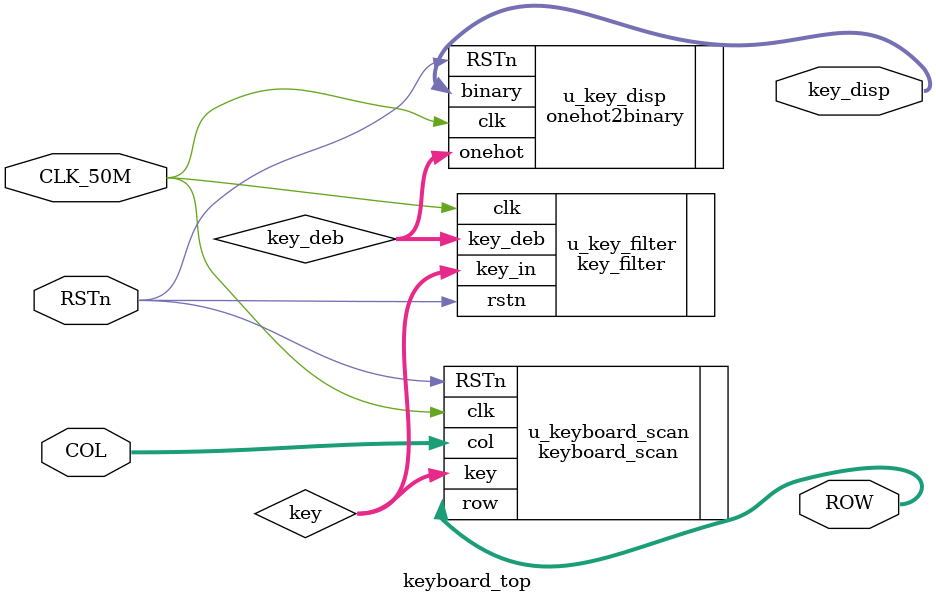
<source format=v>

module keyboard_top (
	input wire CLK_50M,
	input wire RSTn,
	input wire [3:0] COL,
	output wire [3:0] ROW,
	output wire [4:0] key_disp
);

	wire	[15:0] key;

	keyboard_scan u_keyboard_scan(
        .clk(CLK_50M),
        .RSTn(RSTn),
        .col(COL),
        .row(ROW),
        .key(key)
    );

	wire [15:0] key_deb;

    key_filter u_key_filter(
        .clk(CLK_50M),
        .rstn(RSTn),
        .key_in(key),
        .key_deb(key_deb)
    );


    onehot2binary u_key_disp(
        .clk(CLK_50M),
        .RSTn(RSTn),
        .onehot(key_deb),
        .binary(key_disp)
    );
  
endmodule
</source>
